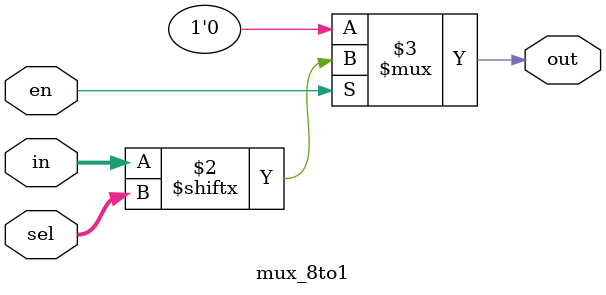
<source format=v>
module mux_8to1(input [2:0] sel, input en, input [7:0] in, output reg out);
    always @(*) out = en ? in[sel] : 1'b0;
endmodule


</source>
